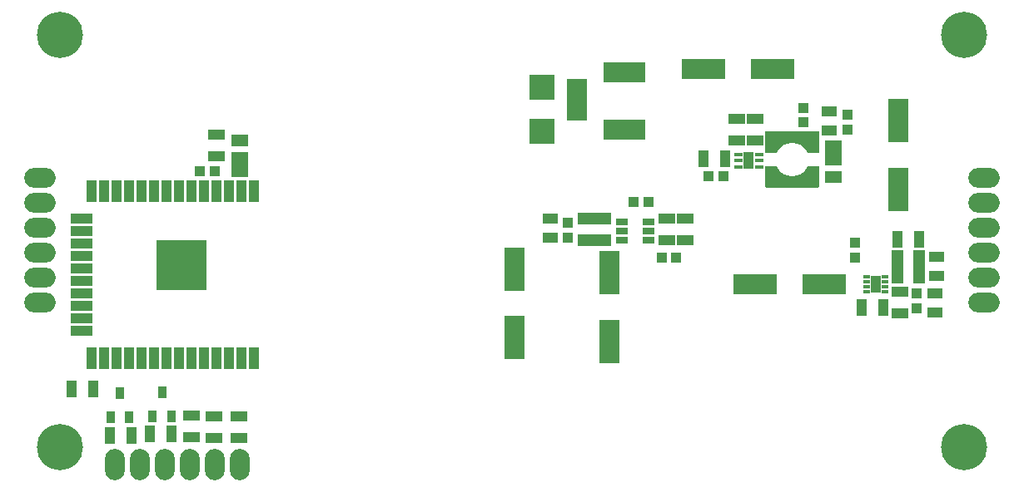
<source format=gts>
G04*
G04 #@! TF.GenerationSoftware,Altium Limited,Altium Designer,18.0.9 (584)*
G04*
G04 Layer_Color=8388736*
%FSLAX25Y25*%
%MOIN*%
G70*
G01*
G75*
%ADD17R,0.06706X0.04934*%
%ADD18R,0.06706X0.10249*%
%ADD19R,0.06509X0.04343*%
%ADD20R,0.03950X0.03950*%
%ADD21R,0.04737X0.03162*%
%ADD22R,0.13398X0.04737*%
%ADD23R,0.08280X0.17335*%
%ADD24R,0.03950X0.03950*%
%ADD25R,0.05918X0.04343*%
%ADD26R,0.09855X0.09855*%
%ADD27R,0.04343X0.06509*%
%ADD28R,0.03359X0.04540*%
%ADD29R,0.17335X0.08280*%
%ADD30R,0.04488X0.06850*%
%ADD31R,0.03307X0.01732*%
%ADD32R,0.04737X0.13398*%
%ADD33R,0.04095X0.06850*%
%ADD34R,0.02520X0.01654*%
%ADD35R,0.20485X0.20485*%
%ADD36R,0.08674X0.04343*%
%ADD37R,0.04343X0.08674*%
%ADD38C,0.18517*%
%ADD39R,0.16548X0.07887*%
%ADD40R,0.07887X0.16548*%
%ADD41O,0.07887X0.12611*%
%ADD42O,0.12611X0.07887*%
G36*
X302540Y128469D02*
X302549Y128469D01*
X302566Y128468D01*
X302583Y128466D01*
X302592Y128464D01*
X302602Y128463D01*
X302618Y128460D01*
X302635Y128456D01*
X302643Y128453D01*
X302652Y128451D01*
X302668Y128445D01*
X302684Y128439D01*
X302693Y128435D01*
X302701Y128432D01*
X302716Y128424D01*
X302731Y128416D01*
X302739Y128411D01*
X302747Y128406D01*
X302761Y128396D01*
X302775Y128387D01*
X302782Y128381D01*
X302789Y128375D01*
X302801Y128364D01*
X302814Y128352D01*
X302820Y128345D01*
X302827Y128339D01*
X302837Y128326D01*
X302843Y128320D01*
X302849Y128313D01*
X302854Y128305D01*
X302860Y128298D01*
X302869Y128284D01*
X302873Y128277D01*
X302878Y128269D01*
X302882Y128261D01*
X302887Y128253D01*
X303183Y127680D01*
X303926Y126639D01*
X304845Y125764D01*
X305913Y125078D01*
X307092Y124607D01*
X308338Y124367D01*
X309608Y124367D01*
X310854Y124607D01*
X312033Y125078D01*
X313101Y125763D01*
X314020Y126639D01*
X314763Y127680D01*
X315060Y128252D01*
X315063Y128258D01*
X315066Y128263D01*
X315076Y128280D01*
X315087Y128297D01*
X315091Y128302D01*
X315094Y128307D01*
X315107Y128323D01*
X315120Y128338D01*
X315124Y128343D01*
X315128Y128347D01*
X315143Y128361D01*
X315157Y128375D01*
X315162Y128378D01*
X315167Y128383D01*
X315183Y128394D01*
X315199Y128406D01*
X315205Y128409D01*
X315210Y128412D01*
X315228Y128421D01*
X315245Y128431D01*
X315251Y128433D01*
X315257Y128436D01*
X315275Y128443D01*
X315294Y128450D01*
X315300Y128452D01*
X315306Y128454D01*
X315325Y128458D01*
X315345Y128463D01*
X315351Y128463D01*
X315357Y128465D01*
X315377Y128466D01*
X315397Y128469D01*
X315404Y128469D01*
X315410Y128469D01*
X315416Y128469D01*
X315416Y128469D01*
X319407D01*
X319459Y128465D01*
X319510Y128455D01*
X319560Y128438D01*
X319607Y128415D01*
X319651Y128386D01*
X319690Y128351D01*
X319724Y128312D01*
X319754Y128268D01*
X319777Y128221D01*
X319794Y128172D01*
X319804Y128120D01*
X319807Y128068D01*
Y120194D01*
X319804Y120142D01*
X319794Y120090D01*
X319777Y120041D01*
X319754Y119993D01*
X319724Y119950D01*
X319690Y119911D01*
X319651Y119876D01*
X319607Y119847D01*
X319560Y119824D01*
X319510Y119807D01*
X319459Y119797D01*
X319407Y119793D01*
X298540D01*
X298488Y119797D01*
X298437Y119807D01*
X298387Y119824D01*
X298340Y119847D01*
X298296Y119876D01*
X298257Y119911D01*
X298222Y119950D01*
X298193Y119993D01*
X298170Y120041D01*
X298153Y120090D01*
X298143Y120142D01*
X298140Y120194D01*
Y128068D01*
X298143Y128120D01*
X298153Y128172D01*
X298170Y128221D01*
X298193Y128268D01*
X298222Y128312D01*
X298257Y128351D01*
X298258Y128352D01*
X298297Y128387D01*
X298341Y128416D01*
X298388Y128439D01*
X298438Y128456D01*
X298489Y128466D01*
X298541Y128470D01*
X302531D01*
X302540Y128469D01*
D02*
G37*
G36*
X319459Y142245D02*
X319510Y142235D01*
X319560Y142218D01*
X319607Y142195D01*
X319651Y142166D01*
X319690Y142131D01*
X319724Y142092D01*
X319754Y142048D01*
X319777Y142001D01*
X319794Y141951D01*
X319804Y141900D01*
X319807Y141848D01*
Y133973D01*
X319804Y133921D01*
X319794Y133870D01*
X319777Y133820D01*
X319754Y133773D01*
X319724Y133729D01*
X319690Y133690D01*
X319689Y133689D01*
X319650Y133654D01*
X319606Y133625D01*
X319559Y133602D01*
X319509Y133585D01*
X319458Y133575D01*
X319406Y133572D01*
X315416D01*
X315407Y133572D01*
X315397Y133572D01*
X315381Y133574D01*
X315364Y133575D01*
X315355Y133577D01*
X315345Y133578D01*
X315329Y133582D01*
X315312Y133585D01*
X315309Y133586D01*
X315303Y133588D01*
X315295Y133590D01*
X315279Y133597D01*
X315263Y133602D01*
X315254Y133606D01*
X315246Y133610D01*
X315231Y133618D01*
X315216Y133625D01*
X315214Y133626D01*
X315208Y133630D01*
X315200Y133635D01*
X315186Y133645D01*
X315172Y133654D01*
X315165Y133660D01*
X315158Y133666D01*
X315145Y133678D01*
X315133Y133689D01*
X315132Y133690D01*
X315126Y133696D01*
X315120Y133702D01*
X315109Y133716D01*
X315098Y133728D01*
X315094Y133734D01*
X315093Y133736D01*
X315087Y133743D01*
X315078Y133758D01*
X315069Y133772D01*
X315065Y133780D01*
X315060Y133788D01*
X314764Y134361D01*
X314021Y135402D01*
X313102Y136277D01*
X312033Y136963D01*
X310855Y137434D01*
X309608Y137674D01*
X308339Y137674D01*
X307093Y137435D01*
X305914Y136963D01*
X304846Y136278D01*
X303926Y135403D01*
X303184Y134362D01*
X302887Y133789D01*
X302881Y133778D01*
X302875Y133767D01*
X302867Y133756D01*
X302860Y133744D01*
X302852Y133734D01*
X302846Y133724D01*
X302836Y133714D01*
X302827Y133703D01*
X302819Y133695D01*
X302810Y133685D01*
X302800Y133676D01*
X302790Y133667D01*
X302780Y133659D01*
X302770Y133651D01*
X302759Y133644D01*
X302747Y133636D01*
X302737Y133630D01*
X302726Y133623D01*
X302714Y133617D01*
X302701Y133610D01*
X302690Y133606D01*
X302679Y133600D01*
X302666Y133596D01*
X302653Y133591D01*
X302641Y133588D01*
X302629Y133584D01*
X302615Y133582D01*
X302602Y133579D01*
X302590Y133577D01*
X302577Y133575D01*
X302564Y133574D01*
X302550Y133573D01*
X302537Y133573D01*
X302525Y133572D01*
X302522Y133573D01*
X298540D01*
X298488Y133576D01*
X298437Y133586D01*
X298387Y133603D01*
X298340Y133626D01*
X298296Y133655D01*
X298257Y133690D01*
X298222Y133729D01*
X298193Y133773D01*
X298170Y133820D01*
X298153Y133870D01*
X298143Y133921D01*
X298140Y133973D01*
Y141848D01*
X298143Y141900D01*
X298153Y141951D01*
X298170Y142001D01*
X298193Y142048D01*
X298222Y142092D01*
X298257Y142131D01*
X298296Y142166D01*
X298340Y142195D01*
X298387Y142218D01*
X298437Y142235D01*
X298488Y142245D01*
X298540Y142248D01*
X319407D01*
X319459Y142245D01*
D02*
G37*
D17*
X87795Y138583D02*
D03*
X325427Y124118D02*
D03*
D18*
X87795Y129083D02*
D03*
X325427Y133618D02*
D03*
D19*
X78520Y132208D02*
D03*
Y140869D02*
D03*
X258783Y98681D02*
D03*
Y107342D02*
D03*
X266293D02*
D03*
Y98681D02*
D03*
X68504Y19685D02*
D03*
Y28346D02*
D03*
X77559Y19291D02*
D03*
Y27953D02*
D03*
X87402Y19291D02*
D03*
Y27953D02*
D03*
X294285Y138803D02*
D03*
Y147464D02*
D03*
X286775D02*
D03*
Y138803D02*
D03*
X351992Y69459D02*
D03*
Y78120D02*
D03*
D20*
X71850Y126378D02*
D03*
X77756D02*
D03*
X262598Y91519D02*
D03*
X256693D02*
D03*
X245472Y114092D02*
D03*
X251378D02*
D03*
X281381Y124386D02*
D03*
X275475D02*
D03*
D21*
X240650Y106102D02*
D03*
Y102362D02*
D03*
Y98622D02*
D03*
X251476D02*
D03*
Y102362D02*
D03*
Y106102D02*
D03*
D22*
X229898Y107388D02*
D03*
Y98727D02*
D03*
D23*
X197720Y59524D02*
D03*
Y87083D02*
D03*
X351510Y119095D02*
D03*
Y146653D02*
D03*
X235909Y57949D02*
D03*
Y85509D02*
D03*
D24*
X219291Y105709D02*
D03*
Y99803D02*
D03*
X331119Y149032D02*
D03*
Y143127D02*
D03*
X334055Y97638D02*
D03*
Y91732D02*
D03*
X358904Y71335D02*
D03*
Y77241D02*
D03*
X313310Y151805D02*
D03*
Y145900D02*
D03*
D25*
X211991Y99803D02*
D03*
Y107283D02*
D03*
X323819Y142750D02*
D03*
Y150230D02*
D03*
X366778Y84344D02*
D03*
Y91824D02*
D03*
X366205Y77241D02*
D03*
Y69761D02*
D03*
D26*
X208661Y160039D02*
D03*
Y142323D02*
D03*
D27*
X60630Y20932D02*
D03*
X51968D02*
D03*
X35827Y20364D02*
D03*
X44488D02*
D03*
X273425Y131299D02*
D03*
X282087D02*
D03*
X350984Y99016D02*
D03*
X359646D02*
D03*
X29134Y38976D02*
D03*
X20472D02*
D03*
X336903Y71729D02*
D03*
X345565D02*
D03*
D28*
X52953Y28140D02*
D03*
X60433D02*
D03*
X56693Y37786D02*
D03*
X36024Y27747D02*
D03*
X43504D02*
D03*
X39764Y37392D02*
D03*
D29*
X294170Y81102D02*
D03*
X321729D02*
D03*
X273425Y167369D02*
D03*
X300984D02*
D03*
D30*
X291535Y130512D02*
D03*
D31*
X295669Y133071D02*
D03*
Y130512D02*
D03*
Y127953D02*
D03*
X287402D02*
D03*
Y130512D02*
D03*
Y133071D02*
D03*
D32*
X359767Y87992D02*
D03*
X351106D02*
D03*
D33*
X342520Y81102D02*
D03*
D34*
X346260Y84055D02*
D03*
Y82087D02*
D03*
Y80118D02*
D03*
Y78150D02*
D03*
X338779D02*
D03*
Y80118D02*
D03*
Y82087D02*
D03*
Y84055D02*
D03*
D35*
X64528Y88653D02*
D03*
D36*
X24465Y107181D02*
D03*
Y87181D02*
D03*
Y92181D02*
D03*
Y102181D02*
D03*
Y97181D02*
D03*
Y67181D02*
D03*
Y72181D02*
D03*
Y82181D02*
D03*
Y77181D02*
D03*
Y62181D02*
D03*
D37*
X93465Y51181D02*
D03*
X93583Y118181D02*
D03*
X88465Y51181D02*
D03*
X83465D02*
D03*
X73465D02*
D03*
X78465D02*
D03*
X58465D02*
D03*
X53465D02*
D03*
X63465D02*
D03*
X68465D02*
D03*
X38465D02*
D03*
X33465D02*
D03*
X43465D02*
D03*
X48465D02*
D03*
X28465D02*
D03*
Y118181D02*
D03*
X48465D02*
D03*
X43465D02*
D03*
X33465D02*
D03*
X38465D02*
D03*
X68465D02*
D03*
X63465D02*
D03*
X53465D02*
D03*
X58465D02*
D03*
X78465D02*
D03*
X73465D02*
D03*
X83465D02*
D03*
X88465D02*
D03*
D38*
X377953Y15748D02*
D03*
Y181102D02*
D03*
X15748D02*
D03*
Y15748D02*
D03*
D39*
X241732Y143110D02*
D03*
Y165945D02*
D03*
D40*
X222835Y154921D02*
D03*
D41*
X67716Y8661D02*
D03*
X77716D02*
D03*
X87717D02*
D03*
X57717D02*
D03*
X37716D02*
D03*
X47717D02*
D03*
D42*
X385827Y103622D02*
D03*
Y113622D02*
D03*
Y123622D02*
D03*
Y93622D02*
D03*
Y73622D02*
D03*
Y83622D02*
D03*
X7874Y103622D02*
D03*
Y113622D02*
D03*
Y123622D02*
D03*
Y93622D02*
D03*
Y73622D02*
D03*
Y83622D02*
D03*
M02*

</source>
